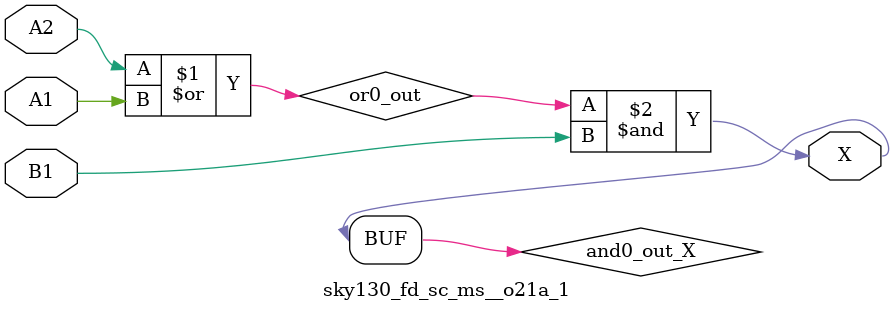
<source format=v>
/*
 * Copyright 2020 The SkyWater PDK Authors
 *
 * Licensed under the Apache License, Version 2.0 (the "License");
 * you may not use this file except in compliance with the License.
 * You may obtain a copy of the License at
 *
 *     https://www.apache.org/licenses/LICENSE-2.0
 *
 * Unless required by applicable law or agreed to in writing, software
 * distributed under the License is distributed on an "AS IS" BASIS,
 * WITHOUT WARRANTIES OR CONDITIONS OF ANY KIND, either express or implied.
 * See the License for the specific language governing permissions and
 * limitations under the License.
 *
 * SPDX-License-Identifier: Apache-2.0
*/


`ifndef SKY130_FD_SC_MS__O21A_1_FUNCTIONAL_V
`define SKY130_FD_SC_MS__O21A_1_FUNCTIONAL_V

/**
 * o21a: 2-input OR into first input of 2-input AND.
 *
 *       X = ((A1 | A2) & B1)
 *
 * Verilog simulation functional model.
 */

`timescale 1ns / 1ps
`default_nettype none

`celldefine
module sky130_fd_sc_ms__o21a_1 (
    X ,
    A1,
    A2,
    B1
);

    // Module ports
    output X ;
    input  A1;
    input  A2;
    input  B1;

    // Local signals
    wire or0_out   ;
    wire and0_out_X;

    //  Name  Output      Other arguments
    or  or0  (or0_out   , A2, A1         );
    and and0 (and0_out_X, or0_out, B1    );
    buf buf0 (X         , and0_out_X     );

endmodule
`endcelldefine

`default_nettype wire
`endif  // SKY130_FD_SC_MS__O21A_1_FUNCTIONAL_V

</source>
